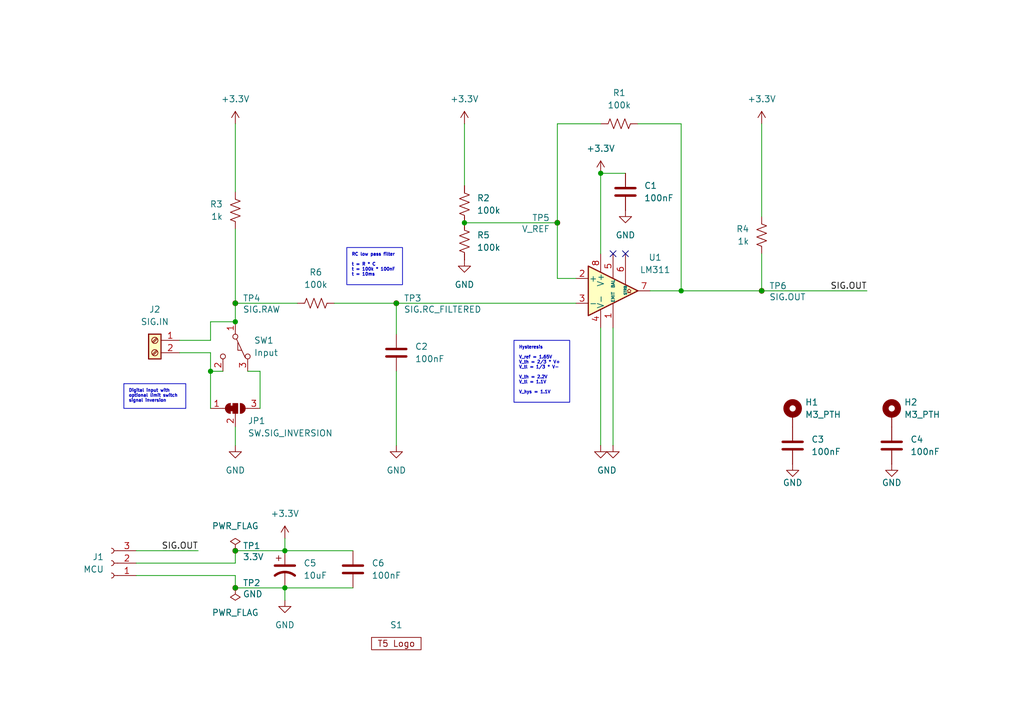
<source format=kicad_sch>
(kicad_sch (version 20250114) (generator "eeschema") (generator_version "9.0")
  (paper "A5")
  (title_block (title "RC Debouncer") (rev "A") (company "Team 5") (comment 1 "George Sleen"))
  (lib_symbols
    (symbol "Connector:Conn_01x03_Socket" (pin_names (offset 1.016) (hide yes))
      (property "Reference" "J" (at 0 5.08 0))
      (property "Value" "Conn_01x03_Socket" (at 0 -5.08 0))
      (symbol "Conn_01x03_Socket_1_1"
        (polyline (pts (xy -1.27 2.54) (xy -0.508 2.54)) (stroke (width 0.1524)))
        (polyline (pts (xy -1.27 0) (xy -0.508 0)) (stroke (width 0.1524)))
        (polyline (pts (xy -1.27 -2.54) (xy -0.508 -2.54)) (stroke (width 0.1524)))
        (arc (start 0 2.032) (mid -0.5058 2.54) (end 0 3.048) (stroke (width 0.1524)))
        (arc (start 0 -0.508) (mid -0.5058 0) (end 0 0.508) (stroke (width 0.1524)))
        (arc (start 0 -3.048) (mid -0.5058 -2.54) (end 0 -2.032) (stroke (width 0.1524)))
        (pin passive line (at -5.08 2.54 0) (length 3.81) (name "Pin_1") (number "1"))
        (pin passive line (at -5.08 0 0) (length 3.81) (name "Pin_2") (number "2"))
        (pin passive line (at -5.08 -2.54 0) (length 3.81) (name "Pin_3") (number "3"))
      )
    )
    (symbol "Connector:TestPoint_Small" (pin_numbers (hide yes)) (pin_names (offset 0.762) (hide yes))
      (property "Reference" "TP" (at 0 3.81 0))
      (property "Value" "TestPoint_Small" (at 0 2.032 0))
      (symbol "TestPoint_Small_0_1"
        (circle (center 0 0) (radius 0.508))
      )
      (symbol "TestPoint_Small_1_1"
        (pin passive line (at 0 0 90) (length 0) (name "1") (number "1"))
      )
    )
    (symbol "GS_Capacitor_THT:C_THT_100nF" (pin_numbers (hide yes)) (pin_names (offset 0.254))
      (property "Reference" "C" (at 0.635 2.54 0))
      (property "Value" "100nF" (at 0.635 -2.54 0))
      (symbol "C_THT_100nF_0_1"
        (polyline (pts (xy -2.032 0.762) (xy 2.032 0.762)) (stroke (width 0.508)))
        (polyline (pts (xy -2.032 -0.762) (xy 2.032 -0.762)) (stroke (width 0.508)))
      )
      (symbol "C_THT_100nF_1_1"
        (pin passive line (at 0 3.81 270) (length 2.794) (name "~") (number "1"))
        (pin passive line (at 0 -3.81 90) (length 2.794) (name "~") (number "2"))
      )
    )
    (symbol "GS_Capacitor_THT:C_THT_Ceramic_Disk" (pin_numbers (hide yes)) (pin_names (offset 0.254))
      (property "Reference" "C" (at 0.635 2.54 0))
      (property "Value" "C_Ceramic_Disk" (at 0.635 -2.54 0))
      (symbol "C_THT_Ceramic_Disk_0_1"
        (polyline (pts (xy -2.032 0.762) (xy 2.032 0.762)) (stroke (width 0.508)))
        (polyline (pts (xy -2.032 -0.762) (xy 2.032 -0.762)) (stroke (width 0.508)))
      )
      (symbol "C_THT_Ceramic_Disk_1_1"
        (pin passive line (at 0 3.81 270) (length 2.794) (name "~") (number "1"))
        (pin passive line (at 0 -3.81 90) (length 2.794) (name "~") (number "2"))
      )
    )
    (symbol "GS_Capacitor_THT:C_THT_Electrolytic_Radial" (pin_numbers (hide yes)) (pin_names (offset 0.254))
      (property "Reference" "C" (at 0.635 2.54 0))
      (property "Value" "C_Electrolytic_Radial" (at 0.635 -2.54 0))
      (symbol "C_THT_Electrolytic_Radial_0_1"
        (polyline (pts (xy -2.032 0.762) (xy 2.032 0.762)) (stroke (width 0.508)))
        (polyline (pts (xy -1.778 2.286) (xy -0.762 2.286)))
        (polyline (pts (xy -1.27 1.778) (xy -1.27 2.794)))
        (arc (start -2.032 -1.27) (mid 0 -0.5572) (end 2.032 -1.27) (stroke (width 0.508)))
      )
      (symbol "C_THT_Electrolytic_Radial_1_1"
        (pin passive line (at 0 3.81 270) (length 2.794) (name "~") (number "1"))
        (pin passive line (at 0 -3.81 90) (length 3.302) (name "~") (number "2"))
      )
    )
    (symbol "GS_Comparators:LM311" (pin_names (offset 0.127))
      (property "Reference" "U" (at 3.81 6.35 0))
      (property "Value" "LM311" (at 3.81 3.81 0))
      (symbol "LM311_0_1"
        (polyline (pts (xy 3.683 -0.381) (xy 3.302 -0.381) (xy 3.683 0) (xy 3.302 0.381) (xy 2.921 0) (xy 3.302 -0.381) (xy 2.921 -0.381)) (stroke (width 0.127)))
        (polyline (pts (xy 5.08 0) (xy -5.08 5.08) (xy -5.08 -5.08) (xy 5.08 0)) (stroke (width 0.254)) (fill (type background)))
      )
      (symbol "LM311_1_1"
        (pin input line (at -7.62 2.54 0) (length 2.54) (name "+") (number "2"))
        (pin input line (at -7.62 -2.54 0) (length 2.54) (name "-") (number "3"))
        (pin power_in line (at -2.54 7.62 270) (length 3.81) (name "V+") (number "8"))
        (pin power_in line (at -2.54 -7.62 90) (length 3.81) (name "V-") (number "4"))
        (pin input line (at 0 7.62 270) (length 5.08) (name "BAL") (number "5"))
        (pin passive line (at 0 -7.62 90) (length 5.08) (name "EMIT") (number "1"))
        (pin input line (at 2.54 7.62 270) (length 6.35) (name "STRB") (number "6"))
        (pin open_collector line (at 7.62 0 180) (length 2.54) (name "~") (number "7"))
      )
    )
    (symbol "GS_Connectors:Screw_Terminal_01x02_2.54mm_Xinya" (pin_names (offset 1.016) (hide yes))
      (property "Reference" "J" (at 0 3.81 0))
      (property "Value" "Screw_Terminal_01x02_2.54mm_Xinya" (at 0 -3.81 0))
      (symbol "Screw_Terminal_01x02_2.54mm_Xinya_1_1"
        (rectangle (start -1.27 2.54) (end 1.27 -2.54) (stroke (width 0.254)) (fill (type background)))
        (polyline (pts (xy -0.5334 1.6002) (xy 0.3302 0.762)) (stroke (width 0.1524)))
        (polyline (pts (xy -0.5334 -0.9398) (xy 0.3302 -1.778)) (stroke (width 0.1524)))
        (polyline (pts (xy -0.3556 1.778) (xy 0.508 0.9398)) (stroke (width 0.1524)))
        (polyline (pts (xy -0.3556 -0.762) (xy 0.508 -1.6002)) (stroke (width 0.1524)))
        (circle (center 0 1.27) (radius 0.635) (stroke (width 0.1524)))
        (circle (center 0 -1.27) (radius 0.635) (stroke (width 0.1524)))
        (pin passive line (at -5.08 1.27 0) (length 3.81) (name "Pin_1") (number "1"))
        (pin passive line (at -5.08 -1.27 0) (length 3.81) (name "Pin_2") (number "2"))
      )
    )
    (symbol "GS_Resistor_THT:R_250mW" (pin_numbers (hide yes)) (pin_names (offset 0))
      (property "Reference" "R" (at 2.54 0 90))
      (property "Value" "R_250mW" (at -2.54 0 90))
      (symbol "R_250mW_0_1"
        (polyline (pts (xy 0 2.286) (xy 0 2.54)))
        (polyline (pts (xy 0 2.286) (xy 1.016 1.905) (xy 0 1.524) (xy -1.016 1.143) (xy 0 0.762)))
        (polyline (pts (xy 0 0.762) (xy 1.016 0.381) (xy 0 0) (xy -1.016 -0.381) (xy 0 -0.762)))
        (polyline (pts (xy 0 -0.762) (xy 1.016 -1.143) (xy 0 -1.524) (xy -1.016 -1.905) (xy 0 -2.286)))
        (polyline (pts (xy 0 -2.286) (xy 0 -2.54)))
      )
      (symbol "R_250mW_1_1"
        (pin passive line (at 0 3.81 270) (length 1.27) (name "~") (number "1"))
        (pin passive line (at 0 -3.81 90) (length 1.27) (name "~") (number "2"))
      )
    )
    (symbol "GS_Switches:SW_SPDT_XKB_WK1-X-TIAIHUA"
      (property "Reference" "SW" (at 0 5.08 0))
      (property "Value" "SW_SPDT_XKB_WK1-X" (at 0 -5.334 0))
      (symbol "SW_SPDT_XKB_WK1-X-TIAIHUA_1_1"
        (circle (center -2.032 0) (radius 0.508))
        (polyline (pts (xy -1.524 0.254) (xy 2.286 2.032)))
        (polyline (pts (xy -0.762 0.508) (xy 0.762 0.508) (xy 0.762 1.27)))
        (circle (center 2.032 2.54) (radius 0.508))
        (circle (center 2.032 -2.54) (radius 0.508))
        (pin passive line (at -5.08 0 0) (length 2.54) (name "C") (number "1"))
        (pin passive line (at 5.08 2.54 180) (length 2.54) (name "NC") (number "3"))
        (pin passive line (at 5.08 -2.54 180) (length 2.54) (name "NO") (number "2"))
      )
    )
    (symbol "GS_Virtual:ENPH253_Logo" (in_bom no)
      (property "Reference" "S" (at -5.08 2.54 0))
      (symbol "ENPH253_Logo_0_1"
        (rectangle (start -5.08 1.27) (end 5.08 -1.27))
      )
      (symbol "ENPH253_Logo_1_1"
        (text "T5 Logo" (at 0 0 0) (effects (font (size 1.27 1.27))))
      )
    )
    (symbol "Jumper:SolderJumper_3_Bridged12" (pin_names (offset 0) (hide yes)) (in_bom no)
      (property "Reference" "JP" (at -2.54 -2.54 0))
      (property "Value" "SolderJumper_3_Bridged12" (at 0 2.794 0))
      (symbol "SolderJumper_3_Bridged12_0_1"
        (polyline (pts (xy -2.54 0) (xy -2.032 0)))
        (polyline (pts (xy -1.016 1.016) (xy -1.016 -1.016)))
        (rectangle (start -1.016 0.508) (end -0.508 -0.508) (fill (type outline)))
        (arc (start -1.016 -1.016) (mid -2.0276 0) (end -1.016 1.016))
        (arc (start -1.016 -1.016) (mid -2.0276 0) (end -1.016 1.016) (fill (type outline)))
        (rectangle (start -0.508 1.016) (end 0.508 -1.016) (fill (type outline)))
        (polyline (pts (xy 0 -1.27) (xy 0 -1.016)))
        (arc (start 1.016 1.016) (mid 2.0276 0) (end 1.016 -1.016))
        (arc (start 1.016 1.016) (mid 2.0276 0) (end 1.016 -1.016) (fill (type outline)))
        (polyline (pts (xy 1.016 1.016) (xy 1.016 -1.016)))
        (polyline (pts (xy 2.54 0) (xy 2.032 0)))
      )
      (symbol "SolderJumper_3_Bridged12_1_1"
        (pin passive line (at -5.08 0 0) (length 2.54) (name "A") (number "1"))
        (pin passive line (at 0 -3.81 90) (length 2.54) (name "C") (number "2"))
        (pin passive line (at 5.08 0 180) (length 2.54) (name "B") (number "3"))
      )
    )
    (symbol "Mechanical:MountingHole_Pad" (pin_numbers (hide yes)) (pin_names (offset 1.016) (hide yes)) (in_bom no)
      (property "Reference" "H" (at 0 6.35 0))
      (property "Value" "MountingHole_Pad" (at 0 4.445 0))
      (symbol "MountingHole_Pad_0_1"
        (circle (center 0 1.27) (radius 1.27) (stroke (width 1.27)))
      )
      (symbol "MountingHole_Pad_1_1"
        (pin input line (at 0 -2.54 90) (length 2.54) (name "1") (number "1"))
      )
    )
    (symbol "power:+3.3V" (power) (pin_numbers (hide yes)) (pin_names (offset 0) (hide yes))
      (property "Value" "+3.3V" (at 0 3.556 0))
      (symbol "+3.3V_0_1"
        (polyline (pts (xy -0.762 1.27) (xy 0 2.54)))
        (polyline (pts (xy 0 2.54) (xy 0.762 1.27)))
        (polyline (pts (xy 0 0) (xy 0 2.54)))
      )
      (symbol "+3.3V_1_1"
        (pin power_in line (at 0 0 90) (length 0) (name "~") (number "1"))
      )
    )
    (symbol "power:GND" (power) (pin_numbers (hide yes)) (pin_names (offset 0) (hide yes))
      (property "Value" "GND" (at 0 -3.81 0))
      (symbol "GND_0_1"
        (polyline (pts (xy 0 0) (xy 0 -1.27) (xy 1.27 -1.27) (xy 0 -2.54) (xy -1.27 -1.27) (xy 0 -1.27)))
      )
      (symbol "GND_1_1"
        (pin power_in line (at 0 0 270) (length 0) (name "~") (number "1"))
      )
    )
    (symbol "power:PWR_FLAG" (power) (pin_numbers (hide yes)) (pin_names (offset 0) (hide yes))
      (property "Value" "PWR_FLAG" (at 0 3.81 0))
      (symbol "PWR_FLAG_0_0"
        (pin power_out line (at 0 0 90) (length 0) (name "~") (number "1"))
      )
      (symbol "PWR_FLAG_0_1"
        (polyline (pts (xy 0 0) (xy 0 1.27) (xy -1.016 1.905) (xy 0 2.54) (xy 1.016 1.905) (xy 0 1.27)))
      )
    )
  )
  (text_box "RC low pass filter\n\nt = R * C\nt = 100k * 100nF\nt = 10ms" (at 71.12 50.8 0) (size 11.43 7.62) (margins 0.9525 0.9525 0.9525 0.9525) (effects (font (size 0.635 0.635)) (justify left top)))
  (text_box "Hysteresis\n\nV_ref = 1.65V\nV_th = 2/3 * V+\nV_tl = 1/3 * V-\n\nV_th = 2.2V\nV_tl = 1.1V\n\nV_hys = 1.1V" (at 105.41 69.85 0) (size 11.43 12.7) (margins 0.9525 0.9525 0.9525 0.9525) (effects (font (size 0.635 0.635)) (justify left top)))
  (text_box "Digital input with optional limit switch signal inversion" (at 25.4 78.74 0) (size 12.7 5.08) (margins 0.9525 0.9525 0.9525 0.9525) (effects (font (size 0.635 0.635)) (justify left top)))
  (junction (at 58.42 113.03))
  (junction (at 48.26 66.04))
  (junction (at 58.42 120.65))
  (junction (at 81.28 62.23))
  (junction (at 48.26 62.23))
  (junction (at 48.26 120.65))
  (junction (at 43.18 76.2))
  (junction (at 139.7 59.69))
  (junction (at 95.25 45.72))
  (junction (at 114.3 45.72))
  (junction (at 156.21 59.69))
  (junction (at 48.26 113.03))
  (junction (at 123.19 35.56))
  (no_connect (at 128.27 52.07))
  (no_connect (at 125.73 52.07))
  (wire (pts (xy 125.73 91.44) (xy 125.73 67.31)))
  (wire (pts (xy 58.42 120.65) (xy 58.42 123.19)))
  (wire (pts (xy 156.21 59.69) (xy 177.8 59.69)))
  (wire (pts (xy 53.34 76.2) (xy 53.34 83.82)))
  (wire (pts (xy 123.19 35.56) (xy 123.19 52.07)))
  (wire (pts (xy 48.26 120.65) (xy 58.42 120.65)))
  (wire (pts (xy 36.83 69.85) (xy 43.18 69.85)))
  (wire (pts (xy 27.94 115.57) (xy 48.26 115.57)))
  (wire (pts (xy 43.18 72.39) (xy 43.18 76.2)))
  (wire (pts (xy 95.25 25.4) (xy 95.25 38.1)))
  (wire (pts (xy 48.26 115.57) (xy 48.26 113.03)))
  (wire (pts (xy 123.19 35.56) (xy 128.27 35.56)))
  (wire (pts (xy 48.26 25.4) (xy 48.26 39.37)))
  (wire (pts (xy 139.7 59.69) (xy 133.35 59.69)))
  (wire (pts (xy 43.18 66.04) (xy 48.26 66.04)))
  (wire (pts (xy 36.83 72.39) (xy 43.18 72.39)))
  (wire (pts (xy 48.26 91.44) (xy 48.26 87.63)))
  (wire (pts (xy 58.42 113.03) (xy 72.39 113.03)))
  (wire (pts (xy 58.42 120.65) (xy 72.39 120.65)))
  (wire (pts (xy 95.25 45.72) (xy 114.3 45.72)))
  (wire (pts (xy 123.19 91.44) (xy 123.19 67.31)))
  (wire (pts (xy 40.64 113.03) (xy 27.94 113.03)))
  (wire (pts (xy 81.28 62.23) (xy 118.11 62.23)))
  (wire (pts (xy 68.58 62.23) (xy 81.28 62.23)))
  (wire (pts (xy 60.96 62.23) (xy 48.26 62.23)))
  (wire (pts (xy 45.72 76.2) (xy 43.18 76.2)))
  (wire (pts (xy 50.8 76.2) (xy 53.34 76.2)))
  (wire (pts (xy 139.7 59.69) (xy 156.21 59.69)))
  (wire (pts (xy 48.26 62.23) (xy 48.26 66.04)))
  (wire (pts (xy 48.26 118.11) (xy 48.26 120.65)))
  (wire (pts (xy 156.21 59.69) (xy 156.21 52.07)))
  (wire (pts (xy 130.81 25.4) (xy 139.7 25.4)))
  (wire (pts (xy 48.26 113.03) (xy 58.42 113.03)))
  (wire (pts (xy 58.42 113.03) (xy 58.42 110.49)))
  (wire (pts (xy 81.28 62.23) (xy 81.28 68.58)))
  (wire (pts (xy 114.3 45.72) (xy 114.3 25.4)))
  (wire (pts (xy 114.3 57.15) (xy 114.3 45.72)))
  (wire (pts (xy 48.26 62.23) (xy 48.26 46.99)))
  (wire (pts (xy 156.21 25.4) (xy 156.21 44.45)))
  (wire (pts (xy 139.7 25.4) (xy 139.7 59.69)))
  (wire (pts (xy 118.11 57.15) (xy 114.3 57.15)))
  (wire (pts (xy 81.28 91.44) (xy 81.28 76.2)))
  (wire (pts (xy 43.18 69.85) (xy 43.18 66.04)))
  (wire (pts (xy 27.94 118.11) (xy 48.26 118.11)))
  (wire (pts (xy 114.3 25.4) (xy 123.19 25.4)))
  (wire (pts (xy 43.18 76.2) (xy 43.18 83.82)))
  (label "SIG.OUT" (at 40.64 113.03 180))
  (label "SIG.OUT" (at 177.8 59.69 180))
  (symbol (lib_id "Connector:TestPoint_Small") (at 48.26 120.65 0) (unit 1) (in_bom no)
    (property "Reference" "TP2" (at 49.784 119.634 0) (effects (justify left)))
    (property "Value" "GND" (at 49.784 121.92 0) (effects (justify left)))
    (property "Footprint" "TestPoint:TestPoint_Pad_1.5x1.5mm" (effects (hide yes)))
    (property "Description" "test point" (effects (hide yes)))
  )
  (symbol (lib_id "Connector:TestPoint_Small") (at 156.21 59.69 0) (unit 1) (in_bom no)
    (property "Reference" "TP6" (at 157.734 58.674 0) (effects (justify left)))
    (property "Value" "SIG.OUT" (at 157.734 60.96 0) (effects (justify left)))
    (property "Footprint" "TestPoint:TestPoint_Pad_1.5x1.5mm" (effects (hide yes)))
    (property "Description" "test point" (effects (hide yes)))
  )
  (symbol (lib_id "GS_Capacitor_THT:C_THT_Electrolytic_Radial") (at 58.42 116.84 0) (unit 1)
    (property "Reference" "C5" (at 62.23 115.5699 0) (effects (justify left)))
    (property "Value" "10uF" (at 62.23 118.1099 0) (effects (justify left)))
    (property "Footprint" "Capacitor_THT:CP_Radial_D5.0mm_P2.00mm" (effects (hide yes)))
    (property "Description" "Polarized THT Capacitor" (effects (hide yes)))
  )
  (symbol (lib_id "power:GND") (at 58.42 123.19 0) (unit 1)
    (property "Reference" "#PWR014" (effects (hide yes)))
    (property "Value" "GND" (at 58.42 128.27 0))
    (property "Description" "Power symbol creates a global label with name \"GND\" , ground" (effects (hide yes)))
  )
  (symbol (lib_id "Connector:TestPoint_Small") (at 48.26 62.23 0) (unit 1) (in_bom no)
    (property "Reference" "TP4" (at 49.784 61.214 0) (effects (justify left)))
    (property "Value" "SIG.RAW" (at 49.784 63.5 0) (effects (justify left)))
    (property "Footprint" "TestPoint:TestPoint_Pad_1.5x1.5mm" (effects (hide yes)))
    (property "Description" "test point" (effects (hide yes)))
  )
  (symbol (lib_id "GS_Resistor_THT:R_250mW") (at 48.26 43.18 0) (unit 1)
    (property "Reference" "R3" (at 45.72 41.9099 0) (effects (justify right)))
    (property "Value" "1k" (at 45.72 44.4499 0) (effects (justify right)))
    (property "Footprint" "Resistor_THT:R_Axial_DIN0309_L9.0mm_D3.2mm_P12.70mm_Horizontal" (effects (hide yes)))
    (property "Description" "Resistor, US symbol" (effects (hide yes)))
  )
  (symbol (lib_id "power:GND") (at 182.88 95.25 0) (unit 1)
    (property "Reference" "#PWR012" (effects (hide yes)))
    (property "Value" "GND" (at 182.88 99.06 0))
    (property "Description" "Power symbol creates a global label with name \"GND\" , ground" (effects (hide yes)))
  )
  (symbol (lib_id "GS_Capacitor_THT:C_THT_100nF") (at 162.56 91.44 0) (unit 1)
    (property "Reference" "C3" (at 166.37 90.1699 0) (effects (justify left)))
    (property "Value" "100nF" (at 166.37 92.7099 0) (effects (justify left)))
    (property "Footprint" "Capacitor_THT:C_Disc_D3.0mm_W2.0mm_P2.50mm" (effects (hide yes)))
    (property "Description" "100nF Unpolarized Capacitor" (effects (hide yes)))
  )
  (symbol (lib_id "Connector:TestPoint_Small") (at 81.28 62.23 0) (unit 1) (in_bom no)
    (property "Reference" "TP3" (at 82.804 61.214 0) (effects (justify left)))
    (property "Value" "SIG.RC_FILTERED" (at 82.804 63.5 0) (effects (justify left)))
    (property "Footprint" "TestPoint:TestPoint_Pad_1.5x1.5mm" (effects (hide yes)))
    (property "Description" "test point" (effects (hide yes)))
  )
  (symbol (lib_id "power:GND") (at 123.19 91.44 0) (unit 1)
    (property "Reference" "#PWR09" (effects (hide yes)))
    (property "Value" "GND" (at 124.46 96.52 0))
    (property "Description" "Power symbol creates a global label with name \"GND\" , ground" (effects (hide yes)))
  )
  (symbol (lib_id "Mechanical:MountingHole_Pad") (at 162.56 85.09 0) (unit 1) (in_bom no)
    (property "Reference" "H1" (at 165.1 82.5499 0) (effects (justify left)))
    (property "Value" "M3_PTH" (at 165.1 85.0899 0) (effects (justify left)))
    (property "Footprint" "MountingHole:MountingHole_3.2mm_M3_Pad" (effects (hide yes)))
    (property "Description" "Mounting Hole with connection" (effects (hide yes)))
  )
  (symbol (lib_id "power:GND") (at 128.27 43.18 0) (unit 1)
    (property "Reference" "#PWR05" (effects (hide yes)))
    (property "Value" "GND" (at 128.27 48.26 0))
    (property "Description" "Power symbol creates a global label with name \"GND\" , ground" (effects (hide yes)))
  )
  (symbol (lib_id "power:+3.3V") (at 95.25 25.4 0) (unit 1)
    (property "Reference" "#PWR02" (effects (hide yes)))
    (property "Value" "+3.3V" (at 95.25 20.32 0))
    (property "Description" "Power symbol creates a global label with name \"+3.3V\"" (effects (hide yes)))
  )
  (symbol (lib_id "power:+3.3V") (at 48.26 25.4 0) (unit 1)
    (property "Reference" "#PWR01" (effects (hide yes)))
    (property "Value" "+3.3V" (at 48.26 20.32 0))
    (property "Description" "Power symbol creates a global label with name \"+3.3V\"" (effects (hide yes)))
  )
  (symbol (lib_id "power:PWR_FLAG") (at 48.26 120.65 180) (unit 1)
    (property "Reference" "#FLG02" (effects (hide yes)))
    (property "Value" "PWR_FLAG" (at 48.26 125.73 0))
    (property "Description" "Special symbol for telling ERC where power comes from" (effects (hide yes)))
  )
  (symbol (lib_id "Connector:TestPoint_Small") (at 114.3 45.72 0) (mirror y) (unit 1) (in_bom no)
    (property "Reference" "TP5" (at 112.776 44.704 0) (effects (justify left)))
    (property "Value" "V_REF" (at 112.776 46.99 0) (effects (justify left)))
    (property "Footprint" "TestPoint:TestPoint_Pad_1.5x1.5mm" (effects (hide yes)))
    (property "Description" "test point" (effects (hide yes)))
  )
  (symbol (lib_id "GS_Resistor_THT:R_250mW") (at 127 25.4 270) (unit 1)
    (property "Reference" "R1" (at 127 19.05 90))
    (property "Value" "100k" (at 127 21.59 90))
    (property "Footprint" "Resistor_THT:R_Axial_DIN0309_L9.0mm_D3.2mm_P12.70mm_Horizontal" (effects (hide yes)))
    (property "Description" "Resistor, US symbol" (effects (hide yes)))
  )
  (symbol (lib_id "GS_Resistor_THT:R_250mW") (at 64.77 62.23 90) (unit 1)
    (property "Reference" "R6" (at 64.77 55.88 90))
    (property "Value" "100k" (at 64.77 58.42 90))
    (property "Footprint" "Resistor_THT:R_Axial_DIN0309_L9.0mm_D3.2mm_P12.70mm_Horizontal" (effects (hide yes)))
    (property "Description" "Resistor, US symbol" (effects (hide yes)))
  )
  (symbol (lib_id "GS_Capacitor_THT:C_THT_Ceramic_Disk") (at 128.27 39.37 0) (unit 1)
    (property "Reference" "C1" (at 132.08 38.0999 0) (effects (justify left)))
    (property "Value" "100nF" (at 132.08 40.6399 0) (effects (justify left)))
    (property "Footprint" "Capacitor_THT:C_Disc_D3.0mm_W2.0mm_P2.50mm" (effects (hide yes)))
    (property "Description" "Unpolarized Capacitor" (effects (hide yes)))
  )
  (symbol (lib_id "GS_Comparators:LM311") (at 125.73 59.69 0) (unit 1)
    (property "Reference" "U1" (at 134.366 52.832 0))
    (property "Value" "LM311" (at 134.366 55.372 0))
    (property "Footprint" "Package_DIP:DIP-8_W7.62mm_LongPads" (effects (hide yes)))
    (property "Datasheet" "https://www.ti.com/lit/ds/symlink/lm211.pdf" (effects (hide yes)))
    (property "Description" "Voltage Comparator, DIP-8/SOIC-8" (effects (hide yes)))
  )
  (symbol (lib_id "power:GND") (at 125.73 91.44 0) (unit 1)
    (property "Reference" "#PWR010" (effects (hide yes)))
    (property "Value" "GND" (effects (hide yes)))
    (property "Description" "Power symbol creates a global label with name \"GND\" , ground" (effects (hide yes)))
  )
  (symbol (lib_id "GS_Resistor_THT:R_250mW") (at 95.25 41.91 180) (unit 1)
    (property "Reference" "R2" (at 97.79 40.6399 0) (effects (justify right)))
    (property "Value" "100k" (at 97.79 43.1799 0) (effects (justify right)))
    (property "Footprint" "Resistor_THT:R_Axial_DIN0309_L9.0mm_D3.2mm_P12.70mm_Horizontal" (effects (hide yes)))
    (property "Description" "Resistor, US symbol" (effects (hide yes)))
  )
  (symbol (lib_id "Jumper:SolderJumper_3_Bridged12") (at 48.26 83.82 0) (unit 1) (in_bom no)
    (property "Reference" "JP1" (at 50.8 86.36 0) (effects (justify left)))
    (property "Value" "SW.SIG_INVERSION" (at 50.8 88.9 0) (effects (justify left)))
    (property "Footprint" "Jumper:SolderJumper-3_P1.3mm_Bridged12_RoundedPad1.0x1.5mm" (effects (hide yes)))
    (property "Description" "3-pole Solder Jumper, pins 1+2 closed/bridged" (effects (hide yes)))
  )
  (symbol (lib_id "GS_Capacitor_THT:C_THT_Ceramic_Disk") (at 81.28 72.39 0) (unit 1)
    (property "Reference" "C2" (at 85.09 71.1199 0) (effects (justify left)))
    (property "Value" "100nF" (at 85.09 73.6599 0) (effects (justify left)))
    (property "Footprint" "Capacitor_THT:C_Disc_D3.0mm_W2.0mm_P2.50mm" (effects (hide yes)))
    (property "Description" "Unpolarized Capacitor" (effects (hide yes)))
  )
  (symbol (lib_id "Mechanical:MountingHole_Pad") (at 182.88 85.09 0) (unit 1) (in_bom no)
    (property "Reference" "H2" (at 185.42 82.5499 0) (effects (justify left)))
    (property "Value" "M3_PTH" (at 185.42 85.0899 0) (effects (justify left)))
    (property "Footprint" "MountingHole:MountingHole_3.2mm_M3_Pad" (effects (hide yes)))
    (property "Description" "Mounting Hole with connection" (effects (hide yes)))
  )
  (symbol (lib_id "power:GND") (at 81.28 91.44 0) (unit 1)
    (property "Reference" "#PWR08" (effects (hide yes)))
    (property "Value" "GND" (at 81.28 96.52 0))
    (property "Description" "Power symbol creates a global label with name \"GND\" , ground" (effects (hide yes)))
  )
  (symbol (lib_id "GS_Resistor_THT:R_250mW") (at 95.25 49.53 180) (unit 1)
    (property "Reference" "R5" (at 97.79 48.2599 0) (effects (justify right)))
    (property "Value" "100k" (at 97.79 50.7999 0) (effects (justify right)))
    (property "Footprint" "Resistor_THT:R_Axial_DIN0309_L9.0mm_D3.2mm_P12.70mm_Horizontal" (effects (hide yes)))
    (property "Description" "Resistor, US symbol" (effects (hide yes)))
  )
  (symbol (lib_id "GS_Capacitor_THT:C_THT_Ceramic_Disk") (at 72.39 116.84 0) (unit 1)
    (property "Reference" "C6" (at 76.2 115.5699 0) (effects (justify left)))
    (property "Value" "100nF" (at 76.2 118.1099 0) (effects (justify left)))
    (property "Footprint" "Capacitor_THT:C_Disc_D3.0mm_W2.0mm_P2.50mm" (effects (hide yes)))
    (property "Description" "Unpolarized Capacitor" (effects (hide yes)))
  )
  (symbol (lib_id "power:PWR_FLAG") (at 48.26 113.03 0) (unit 1)
    (property "Reference" "#FLG01" (effects (hide yes)))
    (property "Value" "PWR_FLAG" (at 48.26 107.95 0))
    (property "Description" "Special symbol for telling ERC where power comes from" (effects (hide yes)))
  )
  (symbol (lib_id "power:GND") (at 95.25 53.34 0) (unit 1)
    (property "Reference" "#PWR06" (effects (hide yes)))
    (property "Value" "GND" (at 95.25 58.42 0))
    (property "Description" "Power symbol creates a global label with name \"GND\" , ground" (effects (hide yes)))
  )
  (symbol (lib_id "power:+3.3V") (at 123.19 35.56 0) (unit 1)
    (property "Reference" "#PWR04" (effects (hide yes)))
    (property "Value" "+3.3V" (at 123.19 30.48 0))
    (property "Description" "Power symbol creates a global label with name \"+3.3V\"" (effects (hide yes)))
  )
  (symbol (lib_id "GS_Switches:SW_SPDT_XKB_WK1-X-TIAIHUA") (at 48.26 71.12 270) (unit 1)
    (property "Reference" "SW1" (at 52.07 69.8499 90) (effects (justify left)))
    (property "Value" "Input" (at 52.07 72.3899 90) (effects (justify left)))
    (property "Footprint" "Button_Switch_THT:SW_XKB_DM1-16UP-1" (effects (hide yes)))
    (property "Datasheet" "kicad-embed://limit-switch-WK1-X-drawing.pdf" (effects (hide yes)))
    (property "Description" "Limit switch, single pole double throw, Tiaihua" (effects (hide yes)))
  )
  (symbol (lib_id "Connector:TestPoint_Small") (at 48.26 113.03 0) (unit 1) (in_bom no)
    (property "Reference" "TP1" (at 49.784 112.014 0) (effects (justify left)))
    (property "Value" "3.3V" (at 49.784 114.3 0) (effects (justify left)))
    (property "Footprint" "TestPoint:TestPoint_Pad_1.5x1.5mm" (effects (hide yes)))
    (property "Description" "test point" (effects (hide yes)))
  )
  (symbol (lib_id "power:+3.3V") (at 156.21 25.4 0) (unit 1)
    (property "Reference" "#PWR03" (effects (hide yes)))
    (property "Value" "+3.3V" (at 156.21 20.32 0))
    (property "Description" "Power symbol creates a global label with name \"+3.3V\"" (effects (hide yes)))
  )
  (symbol (lib_id "power:GND") (at 48.26 91.44 0) (unit 1)
    (property "Reference" "#PWR07" (effects (hide yes)))
    (property "Value" "GND" (at 48.26 96.52 0))
    (property "Description" "Power symbol creates a global label with name \"GND\" , ground" (effects (hide yes)))
  )
  (symbol (lib_id "power:GND") (at 162.56 95.25 0) (unit 1)
    (property "Reference" "#PWR011" (effects (hide yes)))
    (property "Value" "GND" (at 162.56 99.06 0))
    (property "Description" "Power symbol creates a global label with name \"GND\" , ground" (effects (hide yes)))
  )
  (symbol (lib_id "GS_Resistor_THT:R_250mW") (at 156.21 48.26 0) (unit 1)
    (property "Reference" "R4" (at 153.67 46.9899 0) (effects (justify right)))
    (property "Value" "1k" (at 153.67 49.5299 0) (effects (justify right)))
    (property "Footprint" "Resistor_THT:R_Axial_DIN0309_L9.0mm_D3.2mm_P12.70mm_Horizontal" (effects (hide yes)))
    (property "Description" "Resistor, US symbol" (effects (hide yes)))
  )
  (symbol (lib_id "power:+3.3V") (at 58.42 110.49 0) (unit 1)
    (property "Reference" "#PWR013" (effects (hide yes)))
    (property "Value" "+3.3V" (at 58.42 105.41 0))
    (property "Description" "Power symbol creates a global label with name \"+3.3V\"" (effects (hide yes)))
  )
  (symbol (lib_id "GS_Virtual:ENPH253_Logo") (at 81.28 132.08 0) (unit 1) (in_bom no)
    (property "Reference" "S1" (at 81.28 128.27 0))
    (property "Value" "Logo" (effects (hide yes)))
    (property "Footprint" "GS_Virtual:ENPH253_Logo" (effects (hide yes)))
    (property "Description" "ENPH 253 Team Logo" (effects (hide yes)))
  )
  (symbol (lib_id "GS_Capacitor_THT:C_THT_100nF") (at 182.88 91.44 0) (unit 1)
    (property "Reference" "C4" (at 186.69 90.1699 0) (effects (justify left)))
    (property "Value" "100nF" (at 186.69 92.7099 0) (effects (justify left)))
    (property "Footprint" "Capacitor_THT:C_Disc_D3.0mm_W2.0mm_P2.50mm" (effects (hide yes)))
    (property "Description" "100nF Unpolarized Capacitor" (effects (hide yes)))
  )
  (symbol (lib_id "GS_Connectors:Screw_Terminal_01x02_2.54mm_Xinya") (at 31.75 71.12 0) (mirror y) (unit 1)
    (property "Reference" "J2" (at 31.75 63.5 0))
    (property "Value" "SIG.IN" (at 31.75 66.04 0))
    (property "Footprint" "TerminalBlock:TerminalBlock_Xinya_XY308-2.54-2P_1x02_P2.54mm_Horizontal" (effects (hide yes)))
    (property "Description" "Generic screw terminal, single row, 01x02, script generated (kicad-library-utils/schlib/autogen/connector/)" (effects (hide yes)))
  )
  (symbol (lib_id "Connector:Conn_01x03_Socket") (at 22.86 115.57 180) (unit 1)
    (property "Reference" "J1" (at 21.336 114.3 0) (effects (justify left)))
    (property "Value" "MCU" (at 21.336 116.84 0) (effects (justify left)))
    (property "Footprint" "Connector_JST:JST_XH_B3B-XH-A_1x03_P2.50mm_Vertical" (effects (hide yes)))
    (property "Description" "Generic connector, single row, 01x03, script generated" (effects (hide yes)))
  )
)
</source>
